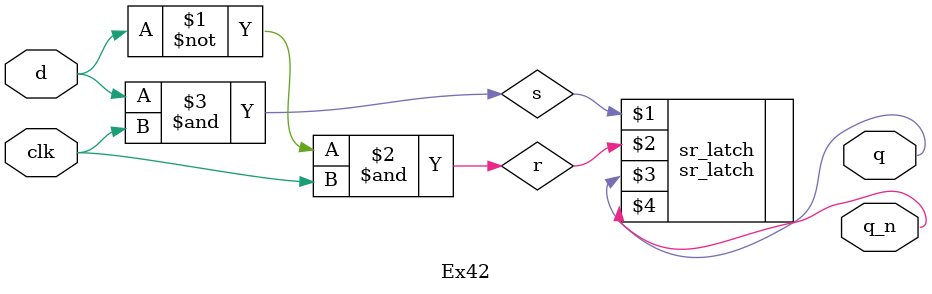
<source format=v>
module Ex42
(
input clk ,
input d,
output q,
output q_n
);
wire r = ~d & clk;
wire s = d & clk ;
sr_latch sr_latch (s, r, q, q_n) ;
endmodule

</source>
